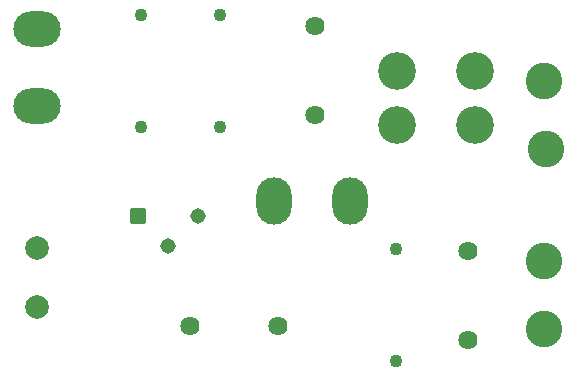
<source format=gbs>
G04 Layer: BottomSolderMaskLayer*
G04 EasyEDA v6.5.15, 2022-09-28 12:13:24*
G04 892822c75daf4fab94dfbcc76b8c5603,1f4112cc517544ad8a54913e61995025,10*
G04 Gerber Generator version 0.2*
G04 Scale: 100 percent, Rotated: No, Reflected: No *
G04 Dimensions in millimeters *
G04 leading zeros omitted , absolute positions ,4 integer and 5 decimal *
%FSLAX45Y45*%
%MOMM*%

%AMMACRO1*1,1,$1,$2,$3*1,1,$1,$4,$5*1,1,$1,0-$2,0-$3*1,1,$1,0-$4,0-$5*20,1,$1,$2,$3,$4,$5,0*20,1,$1,$4,$5,0-$2,0-$3,0*20,1,$1,0-$2,0-$3,0-$4,0-$5,0*20,1,$1,0-$4,0-$5,$2,$3,0*4,1,4,$2,$3,$4,$5,0-$2,0-$3,0-$4,0-$5,$2,$3,0*%
%ADD10O,3.9999919999999998X2.999994*%
%ADD11O,2.999994X3.9999919999999998*%
%ADD12C,1.6256*%
%ADD13C,3.2029*%
%ADD14C,1.3081*%
%ADD15MACRO1,0.1016X-0.6033X0.6033X0.6033X0.6033*%
%ADD16C,1.1016*%
%ADD17C,3.1016*%
%ADD18C,2.0032*%

%LPD*%
D10*
G01*
X1397000Y8719685D03*
G01*
X1397000Y8069699D03*
D11*
G01*
X3396114Y7264400D03*
G01*
X4046100Y7264400D03*
D12*
G01*
X3435710Y6210300D03*
G01*
X2685699Y6210300D03*
G01*
X3746500Y8744310D03*
G01*
X3746500Y7994299D03*
G01*
X5041900Y6839310D03*
G01*
X5041900Y6089299D03*
D13*
G01*
X4445000Y7912100D03*
G01*
X5105400Y7912100D03*
G01*
X5105400Y8369300D03*
G01*
X4445000Y8369300D03*
D14*
G01*
X2755900Y7137400D03*
G01*
X2501900Y6883400D03*
D15*
G01*
X2247900Y7137400D03*
D16*
G01*
X2273300Y7886712D03*
G01*
X2273300Y8839212D03*
G01*
X4432300Y5905512D03*
G01*
X4432300Y6858012D03*
G01*
X2946400Y7886712D03*
G01*
X2946400Y8839212D03*
D17*
G01*
X5689587Y6756400D03*
G01*
X5689587Y6184900D03*
G01*
X5689612Y8280400D03*
G01*
X5702312Y7708900D03*
D18*
G01*
X1397010Y6862800D03*
G01*
X1397010Y6362801D03*
M02*

</source>
